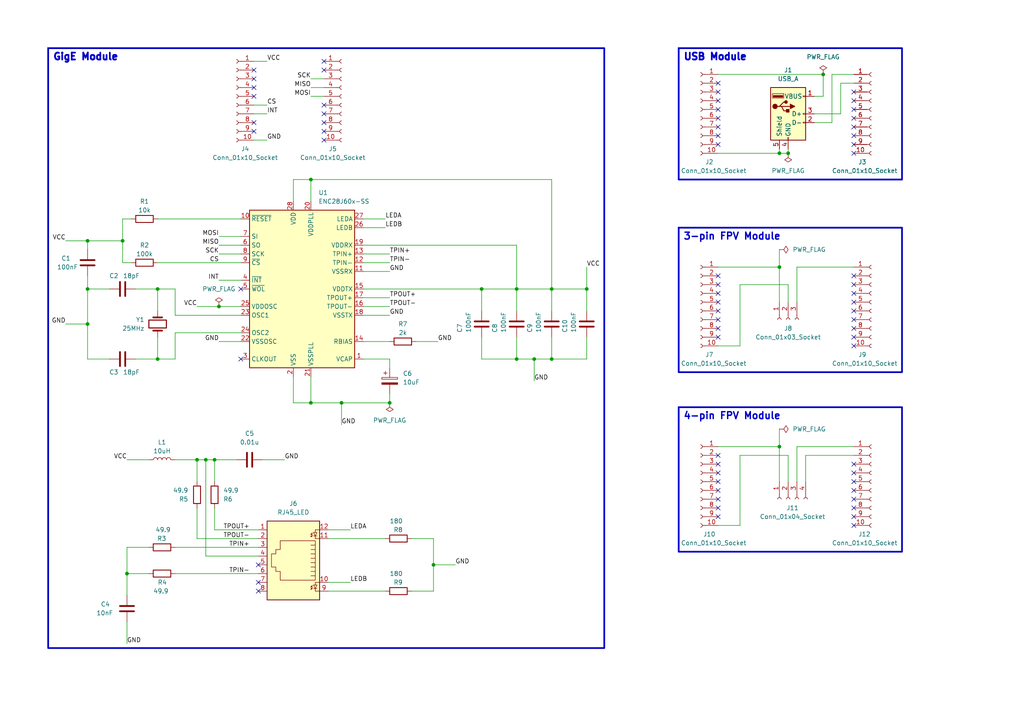
<source format=kicad_sch>
(kicad_sch (version 20230121) (generator eeschema)
  (paper "A4")
  (title_block (title "Modular Interface for Bitcraze Crazyflie 2.0") (date "2023-10-04") (company "Jose Ignacio Granados Marín") (comment 1 "Desarrollo de un vehículo aéreo no tripulado modular de bajo costo") (comment 2 "Trabajo Final de Graduación") (comment 3 "Área Académica de Ingeniería en Computadores") (comment 4 "Instituto Tecnológico de Costa Rica"))
  (lib_symbols
    (symbol "Connector:Conn_01x03_Socket" (pin_names (offset 1.016) hide)
      (property "Reference" "J" (at 0 5.08 0))
      (property "Value" "Conn_01x03_Socket" (at 0 -5.08 0))
      (symbol "Conn_01x03_Socket_1_1"
        (arc (start 0 -2.032) (mid -0.5058 -2.54) (end 0 -3.048) (stroke (width 0.1524)))
        (polyline (pts (xy -1.27 -2.54) (xy -0.508 -2.54)) (stroke (width 0.1524)))
        (polyline (pts (xy -1.27 0) (xy -0.508 0)) (stroke (width 0.1524)))
        (polyline (pts (xy -1.27 2.54) (xy -0.508 2.54)) (stroke (width 0.1524)))
        (arc (start 0 0.508) (mid -0.5058 0) (end 0 -0.508) (stroke (width 0.1524)))
        (arc (start 0 3.048) (mid -0.5058 2.54) (end 0 2.032) (stroke (width 0.1524)))
        (pin passive line (at -5.08 2.54 0) (length 3.81) (name "Pin_1") (number "1"))
        (pin passive line (at -5.08 0 0) (length 3.81) (name "Pin_2") (number "2"))
        (pin passive line (at -5.08 -2.54 0) (length 3.81) (name "Pin_3") (number "3"))
      )
    )
    (symbol "Connector:Conn_01x04_Socket" (pin_names (offset 1.016) hide)
      (property "Reference" "J" (at 0 5.08 0))
      (property "Value" "Conn_01x04_Socket" (at 0 -7.62 0))
      (symbol "Conn_01x04_Socket_1_1"
        (arc (start 0 -4.572) (mid -0.5058 -5.08) (end 0 -5.588) (stroke (width 0.1524)))
        (arc (start 0 -2.032) (mid -0.5058 -2.54) (end 0 -3.048) (stroke (width 0.1524)))
        (polyline (pts (xy -1.27 -5.08) (xy -0.508 -5.08)) (stroke (width 0.1524)))
        (polyline (pts (xy -1.27 -2.54) (xy -0.508 -2.54)) (stroke (width 0.1524)))
        (polyline (pts (xy -1.27 0) (xy -0.508 0)) (stroke (width 0.1524)))
        (polyline (pts (xy -1.27 2.54) (xy -0.508 2.54)) (stroke (width 0.1524)))
        (arc (start 0 0.508) (mid -0.5058 0) (end 0 -0.508) (stroke (width 0.1524)))
        (arc (start 0 3.048) (mid -0.5058 2.54) (end 0 2.032) (stroke (width 0.1524)))
        (pin passive line (at -5.08 2.54 0) (length 3.81) (name "Pin_1") (number "1"))
        (pin passive line (at -5.08 0 0) (length 3.81) (name "Pin_2") (number "2"))
        (pin passive line (at -5.08 -2.54 0) (length 3.81) (name "Pin_3") (number "3"))
        (pin passive line (at -5.08 -5.08 0) (length 3.81) (name "Pin_4") (number "4"))
      )
    )
    (symbol "Connector:Conn_01x10_Socket" (pin_names (offset 1.016) hide)
      (property "Reference" "J" (at 0 12.7 0))
      (property "Value" "Conn_01x10_Socket" (at 0 -15.24 0))
      (symbol "Conn_01x10_Socket_1_1"
        (arc (start 0 -12.192) (mid -0.5058 -12.7) (end 0 -13.208) (stroke (width 0.1524)))
        (arc (start 0 -9.652) (mid -0.5058 -10.16) (end 0 -10.668) (stroke (width 0.1524)))
        (arc (start 0 -7.112) (mid -0.5058 -7.62) (end 0 -8.128) (stroke (width 0.1524)))
        (arc (start 0 -4.572) (mid -0.5058 -5.08) (end 0 -5.588) (stroke (width 0.1524)))
        (arc (start 0 -2.032) (mid -0.5058 -2.54) (end 0 -3.048) (stroke (width 0.1524)))
        (polyline (pts (xy -1.27 -12.7) (xy -0.508 -12.7)) (stroke (width 0.1524)))
        (polyline (pts (xy -1.27 -10.16) (xy -0.508 -10.16)) (stroke (width 0.1524)))
        (polyline (pts (xy -1.27 -7.62) (xy -0.508 -7.62)) (stroke (width 0.1524)))
        (polyline (pts (xy -1.27 -5.08) (xy -0.508 -5.08)) (stroke (width 0.1524)))
        (polyline (pts (xy -1.27 -2.54) (xy -0.508 -2.54)) (stroke (width 0.1524)))
        (polyline (pts (xy -1.27 0) (xy -0.508 0)) (stroke (width 0.1524)))
        (polyline (pts (xy -1.27 2.54) (xy -0.508 2.54)) (stroke (width 0.1524)))
        (polyline (pts (xy -1.27 5.08) (xy -0.508 5.08)) (stroke (width 0.1524)))
        (polyline (pts (xy -1.27 7.62) (xy -0.508 7.62)) (stroke (width 0.1524)))
        (polyline (pts (xy -1.27 10.16) (xy -0.508 10.16)) (stroke (width 0.1524)))
        (arc (start 0 0.508) (mid -0.5058 0) (end 0 -0.508) (stroke (width 0.1524)))
        (arc (start 0 3.048) (mid -0.5058 2.54) (end 0 2.032) (stroke (width 0.1524)))
        (arc (start 0 5.588) (mid -0.5058 5.08) (end 0 4.572) (stroke (width 0.1524)))
        (arc (start 0 8.128) (mid -0.5058 7.62) (end 0 7.112) (stroke (width 0.1524)))
        (arc (start 0 10.668) (mid -0.5058 10.16) (end 0 9.652) (stroke (width 0.1524)))
        (pin passive line (at -5.08 10.16 0) (length 3.81) (name "Pin_1") (number "1"))
        (pin passive line (at -5.08 -12.7 0) (length 3.81) (name "Pin_10") (number "10"))
        (pin passive line (at -5.08 7.62 0) (length 3.81) (name "Pin_2") (number "2"))
        (pin passive line (at -5.08 5.08 0) (length 3.81) (name "Pin_3") (number "3"))
        (pin passive line (at -5.08 2.54 0) (length 3.81) (name "Pin_4") (number "4"))
        (pin passive line (at -5.08 0 0) (length 3.81) (name "Pin_5") (number "5"))
        (pin passive line (at -5.08 -2.54 0) (length 3.81) (name "Pin_6") (number "6"))
        (pin passive line (at -5.08 -5.08 0) (length 3.81) (name "Pin_7") (number "7"))
        (pin passive line (at -5.08 -7.62 0) (length 3.81) (name "Pin_8") (number "8"))
        (pin passive line (at -5.08 -10.16 0) (length 3.81) (name "Pin_9") (number "9"))
      )
    )
    (symbol "Connector:RJ45_LED" (pin_names (offset 1.016))
      (property "Reference" "J" (at -5.08 13.97 0))
      (property "Value" "RJ45_LED" (at 1.27 13.97 0))
      (symbol "RJ45_LED_0_1"
        (polyline (pts (xy -7.62 -7.62) (xy -6.35 -7.62)))
        (polyline (pts (xy -7.62 -5.08) (xy -6.35 -5.08)))
        (polyline (pts (xy -7.62 7.62) (xy -6.35 7.62)))
        (polyline (pts (xy -7.62 10.16) (xy -6.35 10.16)))
        (polyline (pts (xy -6.858 -5.842) (xy -5.842 -5.842)))
        (polyline (pts (xy -6.858 9.398) (xy -5.842 9.398)))
        (polyline (pts (xy -6.35 -7.62) (xy -6.35 -6.858)))
        (polyline (pts (xy -6.35 -5.08) (xy -6.35 -5.842)))
        (polyline (pts (xy -6.35 7.62) (xy -6.35 8.382)))
        (polyline (pts (xy -6.35 10.16) (xy -6.35 9.398)))
        (polyline (pts (xy -5.08 -6.223) (xy -5.207 -6.604)))
        (polyline (pts (xy -5.08 -5.588) (xy -5.207 -5.969)))
        (polyline (pts (xy -5.08 4.445) (xy -6.35 4.445)))
        (polyline (pts (xy -5.08 5.715) (xy -6.35 5.715)))
        (polyline (pts (xy -5.08 9.017) (xy -5.207 8.636)))
        (polyline (pts (xy -5.08 9.652) (xy -5.207 9.271)))
        (polyline (pts (xy -6.35 -3.175) (xy -5.08 -3.175) (xy -5.08 -3.175)))
        (polyline (pts (xy -6.35 -1.905) (xy -5.08 -1.905) (xy -5.08 -1.905)))
        (polyline (pts (xy -6.35 -0.635) (xy -5.08 -0.635) (xy -5.08 -0.635)))
        (polyline (pts (xy -6.35 0.635) (xy -5.08 0.635) (xy -5.08 0.635)))
        (polyline (pts (xy -6.35 1.905) (xy -5.08 1.905) (xy -5.08 1.905)))
        (polyline (pts (xy -5.588 -6.731) (xy -5.08 -6.223) (xy -5.461 -6.35)))
        (polyline (pts (xy -5.588 -6.096) (xy -5.08 -5.588) (xy -5.461 -5.715)))
        (polyline (pts (xy -5.588 8.509) (xy -5.08 9.017) (xy -5.461 8.89)))
        (polyline (pts (xy -5.588 9.144) (xy -5.08 9.652) (xy -5.461 9.525)))
        (polyline (pts (xy -5.08 3.175) (xy -6.35 3.175) (xy -6.35 3.175)))
        (polyline (pts (xy -6.35 -5.842) (xy -6.858 -6.858) (xy -5.842 -6.858) (xy -6.35 -5.842)))
        (polyline (pts (xy -6.35 9.398) (xy -6.858 8.382) (xy -5.842 8.382) (xy -6.35 9.398)))
        (polyline (pts (xy -6.35 -4.445) (xy -6.35 6.985) (xy 3.81 6.985) (xy 3.81 4.445) (xy 5.08 4.445) (xy 5.08 3.175) (xy 6.35 3.175) (xy 6.35 -0.635) (xy 5.08 -0.635) (xy 5.08 -1.905) (xy 3.81 -1.905) (xy 3.81 -4.445) (xy -6.35 -4.445) (xy -6.35 -4.445)))
        (rectangle (start 7.62 12.7) (end -7.62 -10.16) (stroke (width 0.254)) (fill (type background)))
      )
      (symbol "RJ45_LED_1_1"
        (pin passive line (at 10.16 -7.62 180) (length 2.54) (name "~") (number "1"))
        (pin passive line (at -10.16 7.62 0) (length 2.54) (name "~") (number "10"))
        (pin passive line (at -10.16 -5.08 0) (length 2.54) (name "~") (number "11"))
        (pin passive line (at -10.16 -7.62 0) (length 2.54) (name "~") (number "12"))
        (pin passive line (at 10.16 -5.08 180) (length 2.54) (name "~") (number "2"))
        (pin passive line (at 10.16 -2.54 180) (length 2.54) (name "~") (number "3"))
        (pin passive line (at 10.16 0 180) (length 2.54) (name "~") (number "4"))
        (pin passive line (at 10.16 2.54 180) (length 2.54) (name "~") (number "5"))
        (pin passive line (at 10.16 5.08 180) (length 2.54) (name "~") (number "6"))
        (pin passive line (at 10.16 7.62 180) (length 2.54) (name "~") (number "7"))
        (pin passive line (at 10.16 10.16 180) (length 2.54) (name "~") (number "8"))
        (pin passive line (at -10.16 10.16 0) (length 2.54) (name "~") (number "9"))
      )
    )
    (symbol "Connector:USB_A" (pin_names (offset 1.016))
      (property "Reference" "J" (at -5.08 11.43 0))
      (property "Value" "USB_A" (at -5.08 8.89 0))
      (symbol "USB_A_0_1"
        (rectangle (start -5.08 -7.62) (end 5.08 7.62) (stroke (width 0.254)) (fill (type background)))
        (circle (center -3.81 2.159) (radius 0.635) (stroke (width 0.254)) (fill (type outline)))
        (rectangle (start -1.524 4.826) (end -4.318 5.334) (fill (type outline)))
        (rectangle (start -1.27 4.572) (end -4.572 5.842))
        (circle (center -0.635 3.429) (radius 0.381) (stroke (width 0.254)) (fill (type outline)))
        (rectangle (start -0.127 -7.62) (end 0.127 -6.858))
        (polyline (pts (xy -3.175 2.159) (xy -2.54 2.159) (xy -1.27 3.429) (xy -0.635 3.429)) (stroke (width 0.254)))
        (polyline (pts (xy -2.54 2.159) (xy -1.905 2.159) (xy -1.27 0.889) (xy 0 0.889)) (stroke (width 0.254)))
        (polyline (pts (xy 0.635 2.794) (xy 0.635 1.524) (xy 1.905 2.159) (xy 0.635 2.794)) (stroke (width 0.254)) (fill (type outline)))
        (rectangle (start 0.254 1.27) (end -0.508 0.508) (stroke (width 0.254)) (fill (type outline)))
        (rectangle (start 5.08 -2.667) (end 4.318 -2.413))
        (rectangle (start 5.08 -0.127) (end 4.318 0.127))
        (rectangle (start 5.08 4.953) (end 4.318 5.207))
      )
      (symbol "USB_A_1_1"
        (polyline (pts (xy -1.905 2.159) (xy 0.635 2.159)) (stroke (width 0.254)))
        (pin power_in line (at 7.62 5.08 180) (length 2.54) (name "VBUS") (number "1"))
        (pin bidirectional line (at 7.62 -2.54 180) (length 2.54) (name "D-") (number "2"))
        (pin bidirectional line (at 7.62 0 180) (length 2.54) (name "D+") (number "3"))
        (pin power_in line (at 0 -10.16 90) (length 2.54) (name "GND") (number "4"))
        (pin passive line (at -2.54 -10.16 90) (length 2.54) (name "Shield") (number "5"))
      )
    )
    (symbol "Device:C" (pin_numbers hide) (pin_names (offset 0.254))
      (property "Reference" "C" (at 0.635 2.54 0))
      (property "Value" "C" (at 0.635 -2.54 0))
      (symbol "C_0_1"
        (polyline (pts (xy -2.032 -0.762) (xy 2.032 -0.762)) (stroke (width 0.508)))
        (polyline (pts (xy -2.032 0.762) (xy 2.032 0.762)) (stroke (width 0.508)))
      )
      (symbol "C_1_1"
        (pin passive line (at 0 3.81 270) (length 2.794) (name "~") (number "1"))
        (pin passive line (at 0 -3.81 90) (length 2.794) (name "~") (number "2"))
      )
    )
    (symbol "Device:C_Polarized" (pin_numbers hide) (pin_names (offset 0.254))
      (property "Reference" "C" (at 0.635 2.54 0))
      (property "Value" "C_Polarized" (at 0.635 -2.54 0))
      (symbol "C_Polarized_0_1"
        (rectangle (start -2.286 0.508) (end 2.286 1.016))
        (polyline (pts (xy -1.778 2.286) (xy -0.762 2.286)))
        (polyline (pts (xy -1.27 2.794) (xy -1.27 1.778)))
        (rectangle (start 2.286 -0.508) (end -2.286 -1.016) (fill (type outline)))
      )
      (symbol "C_Polarized_1_1"
        (pin passive line (at 0 3.81 270) (length 2.794) (name "~") (number "1"))
        (pin passive line (at 0 -3.81 90) (length 2.794) (name "~") (number "2"))
      )
    )
    (symbol "Device:Crystal" (pin_numbers hide) (pin_names (offset 1.016) hide)
      (property "Reference" "Y" (at 0 3.81 0))
      (property "Value" "Crystal" (at 0 -3.81 0))
      (symbol "Crystal_0_1"
        (rectangle (start -1.143 2.54) (end 1.143 -2.54) (stroke (width 0.3048)))
        (polyline (pts (xy -2.54 0) (xy -1.905 0)))
        (polyline (pts (xy -1.905 -1.27) (xy -1.905 1.27)) (stroke (width 0.508)))
        (polyline (pts (xy 1.905 -1.27) (xy 1.905 1.27)) (stroke (width 0.508)))
        (polyline (pts (xy 2.54 0) (xy 1.905 0)))
      )
      (symbol "Crystal_1_1"
        (pin passive line (at -3.81 0 0) (length 1.27) (name "1") (number "1"))
        (pin passive line (at 3.81 0 180) (length 1.27) (name "2") (number "2"))
      )
    )
    (symbol "Device:L" (pin_numbers hide) (pin_names (offset 1.016) hide)
      (property "Reference" "L" (at -1.27 0 90))
      (property "Value" "L" (at 1.905 0 90))
      (symbol "L_0_1"
        (arc (start 0 -2.54) (mid 0.6323 -1.905) (end 0 -1.27))
        (arc (start 0 -1.27) (mid 0.6323 -0.635) (end 0 0))
        (arc (start 0 0) (mid 0.6323 0.635) (end 0 1.27))
        (arc (start 0 1.27) (mid 0.6323 1.905) (end 0 2.54))
      )
      (symbol "L_1_1"
        (pin passive line (at 0 3.81 270) (length 1.27) (name "1") (number "1"))
        (pin passive line (at 0 -3.81 90) (length 1.27) (name "2") (number "2"))
      )
    )
    (symbol "Device:R" (pin_numbers hide) (pin_names (offset 0))
      (property "Reference" "R" (at 2.032 0 90))
      (property "Value" "R" (at 0 0 90))
      (symbol "R_0_1"
        (rectangle (start -1.016 -2.54) (end 1.016 2.54) (stroke (width 0.254)))
      )
      (symbol "R_1_1"
        (pin passive line (at 0 3.81 270) (length 1.27) (name "~") (number "1"))
        (pin passive line (at 0 -3.81 90) (length 1.27) (name "~") (number "2"))
      )
    )
    (symbol "Interface_Ethernet:ENC28J60x-SS"
      (property "Reference" "U" (at -13.97 24.13 0))
      (property "Value" "ENC28J60x-SS" (at 5.08 24.13 0))
      (symbol "ENC28J60x-SS_0_1"
        (rectangle (start -15.24 22.86) (end 15.24 -22.86) (stroke (width 0.254)) (fill (type background)))
      )
      (symbol "ENC28J60x-SS_1_1"
        (pin input line (at 17.78 -20.32 180) (length 2.54) (name "VCAP") (number "1"))
        (pin input line (at -17.78 20.32 0) (length 2.54) (name "~{RESET}") (number "10"))
        (pin power_in line (at 17.78 5.08 180) (length 2.54) (name "VSSRX") (number "11"))
        (pin input line (at 17.78 7.62 180) (length 2.54) (name "TPIN-") (number "12"))
        (pin input line (at 17.78 10.16 180) (length 2.54) (name "TPIN+") (number "13"))
        (pin input line (at 17.78 -15.24 180) (length 2.54) (name "RBIAS") (number "14"))
        (pin power_in line (at 17.78 0 180) (length 2.54) (name "VDDTX") (number "15"))
        (pin output line (at 17.78 -5.08 180) (length 2.54) (name "TPOUT-") (number "16"))
        (pin output line (at 17.78 -2.54 180) (length 2.54) (name "TPOUT+") (number "17"))
        (pin power_in line (at 17.78 -7.62 180) (length 2.54) (name "VSSTX") (number "18"))
        (pin power_in line (at 17.78 12.7 180) (length 2.54) (name "VDDRX") (number "19"))
        (pin power_in line (at -2.54 -25.4 90) (length 2.54) (name "VSS") (number "2"))
        (pin power_in line (at 2.54 25.4 270) (length 2.54) (name "VDDPLL") (number "20"))
        (pin power_in line (at 2.54 -25.4 90) (length 2.54) (name "VSSPLL") (number "21"))
        (pin power_in line (at -17.78 -15.24 0) (length 2.54) (name "VSSOSC") (number "22"))
        (pin input line (at -17.78 -7.62 0) (length 2.54) (name "OSC1") (number "23"))
        (pin input line (at -17.78 -12.7 0) (length 2.54) (name "OSC2") (number "24"))
        (pin power_in line (at -17.78 -5.08 0) (length 2.54) (name "VDDOSC") (number "25"))
        (pin output line (at 17.78 17.78 180) (length 2.54) (name "LEDB") (number "26"))
        (pin output line (at 17.78 20.32 180) (length 2.54) (name "LEDA") (number "27"))
        (pin power_in line (at -2.54 25.4 270) (length 2.54) (name "VDD") (number "28"))
        (pin output line (at -17.78 -20.32 0) (length 2.54) (name "CLKOUT") (number "3"))
        (pin output line (at -17.78 2.54 0) (length 2.54) (name "~{INT}") (number "4"))
        (pin output line (at -17.78 0 0) (length 2.54) (name "~{WOL}") (number "5"))
        (pin output line (at -17.78 12.7 0) (length 2.54) (name "SO") (number "6"))
        (pin input line (at -17.78 15.24 0) (length 2.54) (name "SI") (number "7"))
        (pin input line (at -17.78 10.16 0) (length 2.54) (name "SCK") (number "8"))
        (pin input line (at -17.78 7.62 0) (length 2.54) (name "~{CS}") (number "9"))
      )
    )
    (symbol "power:PWR_FLAG" (power) (pin_numbers hide) (pin_names (offset 0) hide)
      (property "Value" "PWR_FLAG" (at 0 3.81 0))
      (symbol "PWR_FLAG_0_0"
        (pin power_out line (at 0 0 90) (length 0) (name "pwr") (number "1"))
      )
      (symbol "PWR_FLAG_0_1"
        (polyline (pts (xy 0 0) (xy 0 1.27) (xy -1.016 1.905) (xy 0 2.54) (xy 1.016 1.905) (xy 0 1.27)))
      )
    )
  )
  (junction (at 63.5 88.9))
  (junction (at 25.4 93.98))
  (junction (at 226.06 129.54))
  (junction (at 226.06 44.45))
  (junction (at 160.02 104.14))
  (junction (at 45.72 104.14))
  (junction (at 160.02 83.82))
  (junction (at 125.73 163.83))
  (junction (at 113.03 116.84))
  (junction (at 57.15 133.35))
  (junction (at 62.23 133.35))
  (junction (at 149.86 83.82))
  (junction (at 25.4 83.82))
  (junction (at 170.18 83.82))
  (junction (at 226.06 77.47))
  (junction (at 59.69 133.35))
  (junction (at 90.17 52.07))
  (junction (at 35.56 69.85))
  (junction (at 154.94 104.14))
  (junction (at 45.72 83.82))
  (junction (at 36.83 166.37))
  (junction (at 228.6 44.45))
  (junction (at 149.86 104.14))
  (junction (at 90.17 116.84))
  (junction (at 139.7 83.82))
  (junction (at 99.06 116.84))
  (junction (at 25.4 69.85))
  (junction (at 238.76 21.59))
  (no_connect (at 73.66 35.56))
  (no_connect (at 247.65 134.62))
  (no_connect (at 208.28 80.01))
  (no_connect (at 247.65 95.25))
  (no_connect (at 247.65 144.78))
  (no_connect (at 247.65 152.4))
  (no_connect (at 93.98 38.1))
  (no_connect (at 93.98 17.78))
  (no_connect (at 208.28 90.17))
  (no_connect (at 247.65 26.67))
  (no_connect (at 208.28 26.67))
  (no_connect (at 208.28 144.78))
  (no_connect (at 247.65 31.75))
  (no_connect (at 93.98 33.02))
  (no_connect (at 208.28 87.63))
  (no_connect (at 208.28 137.16))
  (no_connect (at 93.98 30.48))
  (no_connect (at 74.93 168.91))
  (no_connect (at 208.28 82.55))
  (no_connect (at 93.98 35.56))
  (no_connect (at 73.66 38.1))
  (no_connect (at 247.65 137.16))
  (no_connect (at 208.28 97.79))
  (no_connect (at 208.28 142.24))
  (no_connect (at 247.65 87.63))
  (no_connect (at 69.85 83.82))
  (no_connect (at 74.93 171.45))
  (no_connect (at 208.28 41.91))
  (no_connect (at 208.28 134.62))
  (no_connect (at 69.85 104.14))
  (no_connect (at 73.66 25.4))
  (no_connect (at 247.65 29.21))
  (no_connect (at 247.65 34.29))
  (no_connect (at 73.66 22.86))
  (no_connect (at 247.65 142.24))
  (no_connect (at 208.28 95.25))
  (no_connect (at 247.65 85.09))
  (no_connect (at 74.93 163.83))
  (no_connect (at 247.65 82.55))
  (no_connect (at 247.65 39.37))
  (no_connect (at 247.65 36.83))
  (no_connect (at 247.65 80.01))
  (no_connect (at 247.65 147.32))
  (no_connect (at 247.65 149.86))
  (no_connect (at 247.65 92.71))
  (no_connect (at 208.28 31.75))
  (no_connect (at 208.28 36.83))
  (no_connect (at 208.28 139.7))
  (no_connect (at 93.98 20.32))
  (no_connect (at 208.28 85.09))
  (no_connect (at 247.65 139.7))
  (no_connect (at 247.65 90.17))
  (no_connect (at 247.65 100.33))
  (no_connect (at 208.28 24.13))
  (no_connect (at 208.28 92.71))
  (no_connect (at 247.65 97.79))
  (no_connect (at 208.28 34.29))
  (no_connect (at 208.28 149.86))
  (no_connect (at 208.28 39.37))
  (no_connect (at 73.66 20.32))
  (no_connect (at 208.28 29.21))
  (no_connect (at 208.28 132.08))
  (no_connect (at 93.98 40.64))
  (no_connect (at 247.65 44.45))
  (no_connect (at 247.65 41.91))
  (no_connect (at 73.66 27.94))
  (no_connect (at 208.28 147.32))
  (wire (pts (xy 45.72 63.5) (xy 69.85 63.5)))
  (wire (pts (xy 226.06 124.46) (xy 226.06 129.54)))
  (wire (pts (xy 226.06 77.47) (xy 208.28 77.47)))
  (wire (pts (xy 57.15 156.21) (xy 57.15 147.32)))
  (wire (pts (xy 119.38 156.21) (xy 125.73 156.21)))
  (wire (pts (xy 214.63 152.4) (xy 208.28 152.4)))
  (wire (pts (xy 231.14 129.54) (xy 247.65 129.54)))
  (wire (pts (xy 238.76 21.59) (xy 208.28 21.59)))
  (wire (pts (xy 170.18 97.79) (xy 170.18 104.14)))
  (wire (pts (xy 105.41 88.9) (xy 113.03 88.9)))
  (wire (pts (xy 90.17 22.86) (xy 93.98 22.86)))
  (wire (pts (xy 25.4 69.85) (xy 35.56 69.85)))
  (wire (pts (xy 38.1 63.5) (xy 35.56 63.5)))
  (wire (pts (xy 149.86 83.82) (xy 149.86 90.17)))
  (wire (pts (xy 160.02 104.14) (xy 170.18 104.14)))
  (wire (pts (xy 25.4 69.85) (xy 25.4 72.39)))
  (wire (pts (xy 228.6 132.08) (xy 214.63 132.08)))
  (wire (pts (xy 50.8 91.44) (xy 50.8 83.82)))
  (wire (pts (xy 25.4 104.14) (xy 25.4 93.98)))
  (wire (pts (xy 74.93 161.29) (xy 59.69 161.29)))
  (wire (pts (xy 214.63 132.08) (xy 214.63 152.4)))
  (wire (pts (xy 19.05 69.85) (xy 25.4 69.85)))
  (wire (pts (xy 113.03 104.14) (xy 113.03 106.68)))
  (wire (pts (xy 45.72 83.82) (xy 39.37 83.82)))
  (wire (pts (xy 73.66 33.02) (xy 77.47 33.02)))
  (wire (pts (xy 90.17 109.22) (xy 90.17 116.84)))
  (wire (pts (xy 226.06 44.45) (xy 208.28 44.45)))
  (wire (pts (xy 139.7 90.17) (xy 139.7 83.82)))
  (wire (pts (xy 226.06 43.18) (xy 226.06 44.45)))
  (wire (pts (xy 69.85 91.44) (xy 50.8 91.44)))
  (wire (pts (xy 25.4 80.01) (xy 25.4 83.82)))
  (wire (pts (xy 62.23 133.35) (xy 62.23 139.7)))
  (wire (pts (xy 36.83 180.34) (xy 36.83 186.69)))
  (wire (pts (xy 45.72 104.14) (xy 39.37 104.14)))
  (wire (pts (xy 63.5 68.58) (xy 69.85 68.58)))
  (wire (pts (xy 105.41 73.66) (xy 113.03 73.66)))
  (wire (pts (xy 105.41 99.06) (xy 113.03 99.06)))
  (wire (pts (xy 85.09 52.07) (xy 90.17 52.07)))
  (wire (pts (xy 228.6 139.7) (xy 228.6 132.08)))
  (wire (pts (xy 160.02 83.82) (xy 160.02 90.17)))
  (wire (pts (xy 105.41 91.44) (xy 113.03 91.44)))
  (wire (pts (xy 105.41 78.74) (xy 113.03 78.74)))
  (wire (pts (xy 139.7 97.79) (xy 139.7 104.14)))
  (wire (pts (xy 90.17 52.07) (xy 90.17 58.42)))
  (wire (pts (xy 57.15 88.9) (xy 63.5 88.9)))
  (wire (pts (xy 228.6 43.18) (xy 228.6 44.45)))
  (wire (pts (xy 228.6 87.63) (xy 228.6 82.55)))
  (wire (pts (xy 125.73 163.83) (xy 132.08 163.83)))
  (wire (pts (xy 35.56 63.5) (xy 35.56 69.85)))
  (wire (pts (xy 154.94 104.14) (xy 154.94 110.49)))
  (wire (pts (xy 214.63 82.55) (xy 214.63 100.33)))
  (wire (pts (xy 226.06 129.54) (xy 208.28 129.54)))
  (wire (pts (xy 160.02 83.82) (xy 170.18 83.82)))
  (wire (pts (xy 63.5 99.06) (xy 69.85 99.06)))
  (wire (pts (xy 231.14 139.7) (xy 231.14 129.54)))
  (wire (pts (xy 105.41 71.12) (xy 149.86 71.12)))
  (wire (pts (xy 241.3 21.59) (xy 247.65 21.59)))
  (wire (pts (xy 62.23 133.35) (xy 68.58 133.35)))
  (wire (pts (xy 226.06 139.7) (xy 226.06 129.54)))
  (wire (pts (xy 76.2 133.35) (xy 82.55 133.35)))
  (wire (pts (xy 113.03 114.3) (xy 113.03 116.84)))
  (wire (pts (xy 170.18 77.47) (xy 170.18 83.82)))
  (wire (pts (xy 95.25 156.21) (xy 111.76 156.21)))
  (wire (pts (xy 139.7 104.14) (xy 149.86 104.14)))
  (wire (pts (xy 233.68 132.08) (xy 247.65 132.08)))
  (wire (pts (xy 95.25 168.91) (xy 101.6 168.91)))
  (wire (pts (xy 231.14 77.47) (xy 247.65 77.47)))
  (wire (pts (xy 90.17 116.84) (xy 99.06 116.84)))
  (wire (pts (xy 125.73 156.21) (xy 125.73 163.83)))
  (wire (pts (xy 139.7 83.82) (xy 149.86 83.82)))
  (wire (pts (xy 125.73 163.83) (xy 125.73 171.45)))
  (wire (pts (xy 149.86 97.79) (xy 149.86 104.14)))
  (wire (pts (xy 73.66 40.64) (xy 77.47 40.64)))
  (wire (pts (xy 95.25 153.67) (xy 101.6 153.67)))
  (wire (pts (xy 50.8 104.14) (xy 45.72 104.14)))
  (wire (pts (xy 57.15 133.35) (xy 59.69 133.35)))
  (wire (pts (xy 36.83 133.35) (xy 43.18 133.35)))
  (wire (pts (xy 36.83 166.37) (xy 36.83 158.75)))
  (wire (pts (xy 99.06 116.84) (xy 99.06 123.19)))
  (wire (pts (xy 35.56 76.2) (xy 38.1 76.2)))
  (wire (pts (xy 236.22 33.02) (xy 243.84 33.02)))
  (wire (pts (xy 95.25 171.45) (xy 111.76 171.45)))
  (wire (pts (xy 238.76 27.94) (xy 236.22 27.94)))
  (wire (pts (xy 63.5 71.12) (xy 69.85 71.12)))
  (wire (pts (xy 59.69 161.29) (xy 59.69 133.35)))
  (wire (pts (xy 99.06 116.84) (xy 113.03 116.84)))
  (wire (pts (xy 50.8 166.37) (xy 74.93 166.37)))
  (wire (pts (xy 228.6 44.45) (xy 226.06 44.45)))
  (wire (pts (xy 69.85 96.52) (xy 50.8 96.52)))
  (wire (pts (xy 149.86 71.12) (xy 149.86 83.82)))
  (wire (pts (xy 233.68 139.7) (xy 233.68 132.08)))
  (wire (pts (xy 90.17 52.07) (xy 160.02 52.07)))
  (wire (pts (xy 243.84 33.02) (xy 243.84 24.13)))
  (wire (pts (xy 105.41 86.36) (xy 113.03 86.36)))
  (wire (pts (xy 45.72 83.82) (xy 45.72 90.17)))
  (wire (pts (xy 73.66 30.48) (xy 77.47 30.48)))
  (wire (pts (xy 90.17 27.94) (xy 93.98 27.94)))
  (wire (pts (xy 120.65 99.06) (xy 127 99.06)))
  (wire (pts (xy 63.5 88.9) (xy 69.85 88.9)))
  (wire (pts (xy 241.3 35.56) (xy 241.3 21.59)))
  (wire (pts (xy 149.86 104.14) (xy 154.94 104.14)))
  (wire (pts (xy 105.41 76.2) (xy 113.03 76.2)))
  (wire (pts (xy 36.83 158.75) (xy 43.18 158.75)))
  (wire (pts (xy 231.14 87.63) (xy 231.14 77.47)))
  (wire (pts (xy 85.09 52.07) (xy 85.09 58.42)))
  (wire (pts (xy 105.41 104.14) (xy 113.03 104.14)))
  (wire (pts (xy 50.8 133.35) (xy 57.15 133.35)))
  (wire (pts (xy 62.23 153.67) (xy 74.93 153.67)))
  (wire (pts (xy 63.5 81.28) (xy 69.85 81.28)))
  (wire (pts (xy 19.05 93.98) (xy 25.4 93.98)))
  (wire (pts (xy 160.02 97.79) (xy 160.02 104.14)))
  (wire (pts (xy 226.06 87.63) (xy 226.06 77.47)))
  (wire (pts (xy 36.83 172.72) (xy 36.83 166.37)))
  (wire (pts (xy 31.75 104.14) (xy 25.4 104.14)))
  (wire (pts (xy 35.56 69.85) (xy 35.56 76.2)))
  (wire (pts (xy 36.83 166.37) (xy 43.18 166.37)))
  (wire (pts (xy 57.15 156.21) (xy 74.93 156.21)))
  (wire (pts (xy 25.4 83.82) (xy 31.75 83.82)))
  (wire (pts (xy 57.15 133.35) (xy 57.15 139.7)))
  (wire (pts (xy 119.38 171.45) (xy 125.73 171.45)))
  (wire (pts (xy 85.09 116.84) (xy 90.17 116.84)))
  (wire (pts (xy 62.23 153.67) (xy 62.23 147.32)))
  (wire (pts (xy 214.63 100.33) (xy 208.28 100.33)))
  (wire (pts (xy 63.5 73.66) (xy 69.85 73.66)))
  (wire (pts (xy 50.8 83.82) (xy 45.72 83.82)))
  (wire (pts (xy 77.47 17.78) (xy 73.66 17.78)))
  (wire (pts (xy 90.17 25.4) (xy 93.98 25.4)))
  (wire (pts (xy 226.06 72.39) (xy 226.06 77.47)))
  (wire (pts (xy 50.8 158.75) (xy 74.93 158.75)))
  (wire (pts (xy 85.09 109.22) (xy 85.09 116.84)))
  (wire (pts (xy 25.4 93.98) (xy 25.4 83.82)))
  (wire (pts (xy 59.69 133.35) (xy 62.23 133.35)))
  (wire (pts (xy 238.76 27.94) (xy 238.76 21.59)))
  (wire (pts (xy 105.41 63.5) (xy 111.76 63.5)))
  (wire (pts (xy 154.94 104.14) (xy 160.02 104.14)))
  (wire (pts (xy 105.41 66.04) (xy 111.76 66.04)))
  (wire (pts (xy 228.6 82.55) (xy 214.63 82.55)))
  (wire (pts (xy 149.86 83.82) (xy 160.02 83.82)))
  (wire (pts (xy 50.8 96.52) (xy 50.8 104.14)))
  (wire (pts (xy 105.41 83.82) (xy 139.7 83.82)))
  (wire (pts (xy 243.84 24.13) (xy 247.65 24.13)))
  (wire (pts (xy 236.22 35.56) (xy 241.3 35.56)))
  (wire (pts (xy 170.18 83.82) (xy 170.18 90.17)))
  (wire (pts (xy 160.02 52.07) (xy 160.02 83.82)))
  (wire (pts (xy 45.72 76.2) (xy 69.85 76.2)))
  (wire (pts (xy 45.72 97.79) (xy 45.72 104.14)))
  (rectangle (start 196.85 66.04) (end 261.62 107.95) (stroke (width 0.5)))
  (rectangle (start 196.85 118.11) (end 261.62 160.02) (stroke (width 0.5)))
  (rectangle (start 13.97 13.97) (end 175.26 187.96) (stroke (width 0.5)))
  (rectangle (start 196.85 13.97) (end 261.62 52.07) (stroke (width 0.5)))
  (text "3-pin FPV Module" (at 198.12 69.85 0) (effects (font (size 2 2) (thickness 0.4) bold) (justify left bottom)))
  (text "GigE Module" (at 15.24 17.78 0) (effects (font (size 2 2) (thickness 2) bold) (justify left bottom)))
  (text "4-pin FPV Module" (at 198.12 121.92 0) (effects (font (size 2 2) (thickness 0.4) bold) (justify left bottom)))
  (text "USB Module" (at 198.12 17.78 0) (effects (font (size 2 2) (thickness 0.8) bold) (justify left bottom)))
  (label "GND" (at 127 99.06 0))
  (label "GND" (at 154.94 110.49 0))
  (label "GND" (at 113.03 91.44 0))
  (label "GND" (at 99.06 123.19 0))
  (label "MOSI" (at 63.5 68.58 180))
  (label "CS" (at 63.5 76.2 180))
  (label "GND" (at 36.83 186.69 0))
  (label "TPIN+" (at 113.03 73.66 0))
  (label "TPIN-" (at 72.39 166.37 180))
  (label "TPOUT-" (at 72.39 156.21 180))
  (label "LEDB" (at 111.76 66.04 0))
  (label "MISO" (at 90.17 25.4 180))
  (label "CS" (at 77.47 30.48 0))
  (label "SCK" (at 63.5 73.66 180))
  (label "VCC" (at 170.18 77.47 0))
  (label "LEDA" (at 111.76 63.5 0))
  (label "MISO" (at 63.5 71.12 180))
  (label "VCC" (at 77.47 17.78 0))
  (label "GND" (at 77.47 40.64 0))
  (label "INT" (at 77.47 33.02 0))
  (label "TPOUT+" (at 64.77 153.67 0))
  (label "TPIN-" (at 113.03 76.2 0))
  (label "GND" (at 19.05 93.98 180))
  (label "TPIN+" (at 72.39 158.75 180))
  (label "LEDA" (at 101.6 153.67 0))
  (label "GND" (at 113.03 78.74 0))
  (label "TPOUT-" (at 113.03 88.9 0))
  (label "VCC" (at 19.05 69.85 180))
  (label "LEDB" (at 101.6 168.91 0))
  (label "TPOUT+" (at 113.03 86.36 0))
  (label "GND" (at 63.5 99.06 180))
  (label "MOSI" (at 90.17 27.94 180))
  (label "INT" (at 63.5 81.28 180))
  (label "GND" (at 132.08 163.83 0))
  (label "SCK" (at 90.17 22.86 180))
  (label "GND" (at 82.55 133.35 0))
  (label "VCC" (at 36.83 133.35 180))
  (label "VCC" (at 57.15 88.9 180))
  (symbol (lib_id "power:PWR_FLAG") (at 228.6 44.45 180) (unit 1)
    (property "Reference" "#FLG01" (effects hide))
    (property "Value" "PWR_FLAG" (at 228.6 49.53 0))
  )
  (symbol (lib_id "Device:C") (at 149.86 93.98 0) (unit 1)
    (property "Reference" "C8" (at 143.51 96.52 90) (effects (justify left)))
    (property "Value" "100nF" (at 146.05 96.52 90) (effects (justify left)))
    (property "Footprint" "Capacitor_Tantalum_SMD:CP_EIA-1608-08_AVX-J" (effects hide))
  )
  (symbol (lib_id "Device:Crystal") (at 45.72 93.98 90) (mirror x) (unit 1)
    (property "Reference" "Y1" (at 41.91 92.71 90) (effects (justify left)))
    (property "Value" "25MHz" (at 41.91 95.25 90) (effects (justify left)))
    (property "Footprint" "Crystal:Crystal_SMD_MicroCrystal_CC4V-T1A-2Pin_5.0x1.9mm" (effects hide))
  )
  (symbol (lib_id "Connector:Conn_01x10_Socket") (at 99.06 27.94 0) (unit 1)
    (property "Reference" "J5" (at 96.52 43.18 0))
    (property "Value" "Conn_01x10_Socket" (at 96.52 45.72 0))
    (property "Footprint" "Connector_PinSocket_2.00mm:PinSocket_1x10_P2.00mm_Vertical" (effects hide))
  )
  (symbol (lib_id "Device:R") (at 62.23 143.51 0) (unit 1)
    (property "Reference" "R6" (at 64.77 144.78 0) (effects (justify left)))
    (property "Value" "49.9" (at 64.77 142.24 0) (effects (justify left)))
    (property "Footprint" "Resistor_SMD:R_0603_1608Metric" (effects hide))
  )
  (symbol (lib_id "Device:C") (at 72.39 133.35 90) (unit 1)
    (property "Reference" "C5" (at 72.39 125.73 90))
    (property "Value" "0.01u" (at 72.39 128.27 90))
    (property "Footprint" "Capacitor_Tantalum_SMD:CP_EIA-1608-08_AVX-J" (effects hide))
  )
  (symbol (lib_id "Device:R") (at 57.15 143.51 180) (unit 1)
    (property "Reference" "R5" (at 54.61 144.78 0) (effects (justify left)))
    (property "Value" "49.9" (at 54.61 142.24 0) (effects (justify left)))
    (property "Footprint" "Resistor_SMD:R_0603_1608Metric" (effects hide))
  )
  (symbol (lib_id "power:PWR_FLAG") (at 226.06 72.39 270) (unit 1)
    (property "Reference" "#FLG05" (effects hide))
    (property "Value" "PWR_FLAG" (at 229.87 72.39 90) (effects (justify left)))
  )
  (symbol (lib_id "Device:C") (at 35.56 83.82 90) (unit 1)
    (property "Reference" "C2" (at 33.02 80.01 90))
    (property "Value" "18pF" (at 38.1 80.01 90))
    (property "Footprint" "Capacitor_Tantalum_SMD:CP_EIA-1608-08_AVX-J" (effects hide))
  )
  (symbol (lib_id "Device:C_Polarized") (at 113.03 110.49 0) (unit 1)
    (property "Reference" "C6" (at 116.84 108.331 0) (effects (justify left)))
    (property "Value" "10uF" (at 116.84 110.871 0) (effects (justify left)))
    (property "Footprint" "Capacitor_Tantalum_SMD:CP_EIA-1608-08_AVX-J" (effects hide))
  )
  (symbol (lib_id "Connector:Conn_01x03_Socket") (at 228.6 92.71 90) (mirror x) (unit 1)
    (property "Reference" "J8" (at 228.6 95.25 90))
    (property "Value" "Conn_01x03_Socket" (at 228.6 97.79 90))
    (property "Footprint" "Connector_JST:JST_PH_B3B-PH-K_1x03_P2.00mm_Vertical" (effects hide))
  )
  (symbol (lib_id "Device:R") (at 115.57 156.21 90) (unit 1)
    (property "Reference" "R8" (at 116.84 153.67 90) (effects (justify left)))
    (property "Value" "180" (at 116.84 151.13 90) (effects (justify left)))
    (property "Footprint" "Resistor_SMD:R_0603_1608Metric" (effects hide))
  )
  (symbol (lib_id "Device:C") (at 160.02 93.98 0) (unit 1)
    (property "Reference" "C9" (at 153.67 96.52 90) (effects (justify left)))
    (property "Value" "100nF" (at 156.21 96.52 90) (effects (justify left)))
    (property "Footprint" "Capacitor_Tantalum_SMD:CP_EIA-1608-08_AVX-J" (effects hide))
  )
  (symbol (lib_id "Device:R") (at 46.99 166.37 270) (unit 1)
    (property "Reference" "R4" (at 45.72 168.91 90) (effects (justify left)))
    (property "Value" "49.9" (at 44.45 171.45 90) (effects (justify left)))
    (property "Footprint" "Resistor_SMD:R_0603_1608Metric" (effects hide))
  )
  (symbol (lib_id "Connector:Conn_01x10_Socket") (at 203.2 139.7 0) (mirror y) (unit 1)
    (property "Reference" "J10" (at 205.74 154.94 0))
    (property "Value" "Conn_01x10_Socket" (at 207.01 157.48 0))
    (property "Footprint" "Connector_PinSocket_2.00mm:PinSocket_1x10_P2.00mm_Vertical" (effects hide))
  )
  (symbol (lib_id "Device:C") (at 35.56 104.14 90) (unit 1)
    (property "Reference" "C3" (at 33.02 107.95 90))
    (property "Value" "18pF" (at 38.1 107.95 90))
    (property "Footprint" "Capacitor_Tantalum_SMD:CP_EIA-1608-08_AVX-J" (effects hide))
  )
  (symbol (lib_id "Connector:Conn_01x10_Socket") (at 252.73 139.7 0) (unit 1)
    (property "Reference" "J12" (at 248.92 154.94 0) (effects (justify left)))
    (property "Value" "Conn_01x10_Socket" (at 241.3 157.48 0) (effects (justify left)))
    (property "Footprint" "Connector_PinSocket_2.00mm:PinSocket_1x10_P2.00mm_Vertical" (effects hide))
  )
  (symbol (lib_id "Connector:Conn_01x10_Socket") (at 203.2 87.63 0) (mirror y) (unit 1)
    (property "Reference" "J7" (at 205.74 102.87 0))
    (property "Value" "Conn_01x10_Socket" (at 207.01 105.41 0))
    (property "Footprint" "Connector_PinSocket_2.00mm:PinSocket_1x10_P2.00mm_Vertical" (effects hide))
  )
  (symbol (lib_id "Device:R") (at 41.91 76.2 90) (unit 1)
    (property "Reference" "R2" (at 41.91 71.12 90))
    (property "Value" "100k" (at 41.91 73.66 90))
    (property "Footprint" "Resistor_SMD:R_0603_1608Metric" (effects hide))
  )
  (symbol (lib_id "Connector:Conn_01x10_Socket") (at 203.2 31.75 0) (mirror y) (unit 1)
    (property "Reference" "J2" (at 205.74 46.99 0))
    (property "Value" "Conn_01x10_Socket" (at 207.01 49.53 0))
    (property "Footprint" "Connector_PinSocket_2.00mm:PinSocket_1x10_P2.00mm_Vertical" (effects hide))
  )
  (symbol (lib_id "Interface_Ethernet:ENC28J60x-SS") (at 87.63 83.82 0) (unit 1)
    (property "Reference" "U1" (at 92.3641 55.88 0) (effects (justify left)))
    (property "Value" "ENC28J60x-SS" (at 92.3641 58.42 0) (effects (justify left)))
    (property "Footprint" "Package_SO:SSOP-28_5.3x10.2mm_P0.65mm" (effects hide))
    (property "Datasheet" "http://ww1.microchip.com/downloads/en/devicedoc/39662e.pdf" (effects hide))
  )
  (symbol (lib_id "Device:L") (at 46.99 133.35 90) (unit 1)
    (property "Reference" "L1" (at 46.99 128.27 90))
    (property "Value" "10uH" (at 46.99 130.81 90))
    (property "Footprint" "Inductor_SMD:L_0603_1608Metric" (effects hide))
  )
  (symbol (lib_id "Device:C") (at 139.7 93.98 0) (unit 1)
    (property "Reference" "C7" (at 133.35 96.52 90) (effects (justify left)))
    (property "Value" "100nF" (at 135.89 96.52 90) (effects (justify left)))
    (property "Footprint" "Capacitor_Tantalum_SMD:CP_EIA-1608-08_AVX-J" (effects hide))
  )
  (symbol (lib_id "Connector:Conn_01x10_Socket") (at 252.73 87.63 0) (unit 1)
    (property "Reference" "J9" (at 248.92 102.87 0) (effects (justify left)))
    (property "Value" "Conn_01x10_Socket" (at 241.3 105.41 0) (effects (justify left)))
    (property "Footprint" "Connector_PinSocket_2.00mm:PinSocket_1x10_P2.00mm_Vertical" (effects hide))
  )
  (symbol (lib_id "Connector:Conn_01x04_Socket") (at 228.6 144.78 90) (mirror x) (unit 1)
    (property "Reference" "J11" (at 229.87 147.32 90))
    (property "Value" "Conn_01x04_Socket" (at 229.87 149.86 90))
    (property "Footprint" "Connector_JST:JST_PH_B4B-PH-K_1x04_P2.00mm_Vertical" (effects hide))
  )
  (symbol (lib_id "Connector:RJ45_LED") (at 85.09 161.29 180) (unit 1)
    (property "Reference" "J6" (at 85.09 146.05 0))
    (property "Value" "RJ45_LED" (at 85.09 148.59 0))
    (property "Footprint" "Connector_RJ:RJ45_Amphenol_RJHSE538X" (effects hide))
  )
  (symbol (lib_id "Device:C") (at 170.18 93.98 0) (unit 1)
    (property "Reference" "C10" (at 163.83 96.52 90) (effects (justify left)))
    (property "Value" "100nF" (at 166.37 96.52 90) (effects (justify left)))
    (property "Footprint" "Capacitor_Tantalum_SMD:CP_EIA-1608-08_AVX-J" (effects hide))
  )
  (symbol (lib_id "Connector:USB_A") (at 228.6 33.02 0) (unit 1)
    (property "Reference" "J1" (at 228.6 20.32 0))
    (property "Value" "USB_A" (at 228.6 22.86 0))
    (property "Footprint" "Connector_USB:USB_A_TE_292303-7_Horizontal" (effects hide))
    (property "Datasheet" " ~" (effects hide))
  )
  (symbol (lib_id "Device:R") (at 116.84 99.06 90) (unit 1)
    (property "Reference" "R7" (at 116.84 93.98 90))
    (property "Value" "2k" (at 116.84 96.52 90))
    (property "Footprint" "Resistor_SMD:R_0603_1608Metric" (effects hide))
  )
  (symbol (lib_id "power:PWR_FLAG") (at 63.5 88.9 0) (unit 1)
    (property "Reference" "#FLG03" (effects hide))
    (property "Value" "PWR_FLAG" (at 63.5 83.82 0))
  )
  (symbol (lib_id "power:PWR_FLAG") (at 113.03 116.84 180) (unit 1)
    (property "Reference" "#FLG04" (effects hide))
    (property "Value" "PWR_FLAG" (at 113.03 121.92 0))
  )
  (symbol (lib_id "Connector:Conn_01x10_Socket") (at 252.73 31.75 0) (unit 1)
    (property "Reference" "J3" (at 248.92 46.99 0) (effects (justify left)))
    (property "Value" "Conn_01x10_Socket" (at 241.3 49.53 0) (effects (justify left)))
    (property "Footprint" "Connector_PinSocket_2.00mm:PinSocket_1x10_P2.00mm_Vertical" (effects hide))
  )
  (symbol (lib_id "Device:C") (at 25.4 76.2 0) (unit 1)
    (property "Reference" "C1" (at 17.78 74.93 0) (effects (justify left)))
    (property "Value" "100nF" (at 16.51 77.47 0) (effects (justify left)))
    (property "Footprint" "Capacitor_Tantalum_SMD:CP_EIA-1608-08_AVX-J" (effects hide))
  )
  (symbol (lib_id "Device:C") (at 36.83 176.53 0) (unit 1)
    (property "Reference" "C4" (at 29.21 175.26 0) (effects (justify left)))
    (property "Value" "10nF" (at 27.94 177.8 0) (effects (justify left)))
    (property "Footprint" "Capacitor_Tantalum_SMD:CP_EIA-1608-08_AVX-J" (effects hide))
  )
  (symbol (lib_id "Device:R") (at 46.99 158.75 90) (unit 1)
    (property "Reference" "R3" (at 48.26 156.21 90) (effects (justify left)))
    (property "Value" "49.9" (at 49.53 153.67 90) (effects (justify left)))
    (property "Footprint" "Resistor_SMD:R_0603_1608Metric" (effects hide))
  )
  (symbol (lib_id "power:PWR_FLAG") (at 226.06 124.46 270) (unit 1)
    (property "Reference" "#FLG06" (effects hide))
    (property "Value" "PWR_FLAG" (at 229.87 124.46 90) (effects (justify left)))
  )
  (symbol (lib_id "Connector:Conn_01x10_Socket") (at 68.58 27.94 0) (mirror y) (unit 1)
    (property "Reference" "J4" (at 71.12 43.18 0))
    (property "Value" "Conn_01x10_Socket" (at 71.12 45.72 0))
    (property "Footprint" "Connector_PinSocket_2.00mm:PinSocket_1x10_P2.00mm_Vertical" (effects hide))
  )
  (symbol (lib_id "power:PWR_FLAG") (at 238.76 21.59 0) (unit 1)
    (property "Reference" "#FLG02" (effects hide))
    (property "Value" "PWR_FLAG" (at 238.76 16.51 0))
  )
  (symbol (lib_id "Device:R") (at 115.57 171.45 90) (unit 1)
    (property "Reference" "R9" (at 116.84 168.91 90) (effects (justify left)))
    (property "Value" "180" (at 116.84 166.37 90) (effects (justify left)))
    (property "Footprint" "Resistor_SMD:R_0603_1608Metric" (effects hide))
  )
  (symbol (lib_id "Device:R") (at 41.91 63.5 90) (unit 1)
    (property "Reference" "R1" (at 41.91 58.42 90))
    (property "Value" "10k" (at 41.91 60.96 90))
    (property "Footprint" "Resistor_SMD:R_0603_1608Metric" (effects hide))
  )
)
</source>
